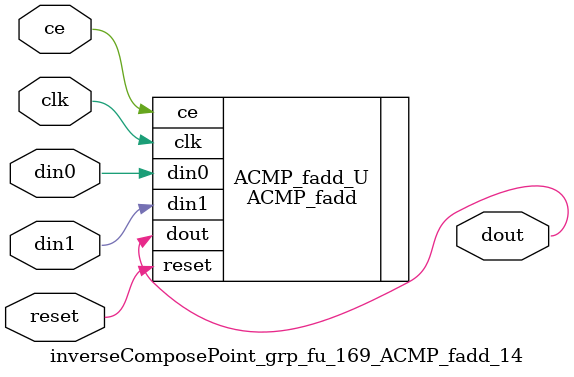
<source format=v>

`timescale 1 ns / 1 ps
module inverseComposePoint_grp_fu_169_ACMP_fadd_14(
    clk,
    reset,
    ce,
    din0,
    din1,
    dout);

parameter ID = 32'd1;
parameter NUM_STAGE = 32'd1;
parameter din0_WIDTH = 32'd1;
parameter din1_WIDTH = 32'd1;
parameter dout_WIDTH = 32'd1;
input clk;
input reset;
input ce;
input[din0_WIDTH - 1:0] din0;
input[din1_WIDTH - 1:0] din1;
output[dout_WIDTH - 1:0] dout;



ACMP_fadd #(
.ID( ID ),
.NUM_STAGE( 4 ),
.din0_WIDTH( din0_WIDTH ),
.din1_WIDTH( din1_WIDTH ),
.dout_WIDTH( dout_WIDTH ))
ACMP_fadd_U(
    .clk( clk ),
    .reset( reset ),
    .ce( ce ),
    .din0( din0 ),
    .din1( din1 ),
    .dout( dout ));

endmodule

</source>
